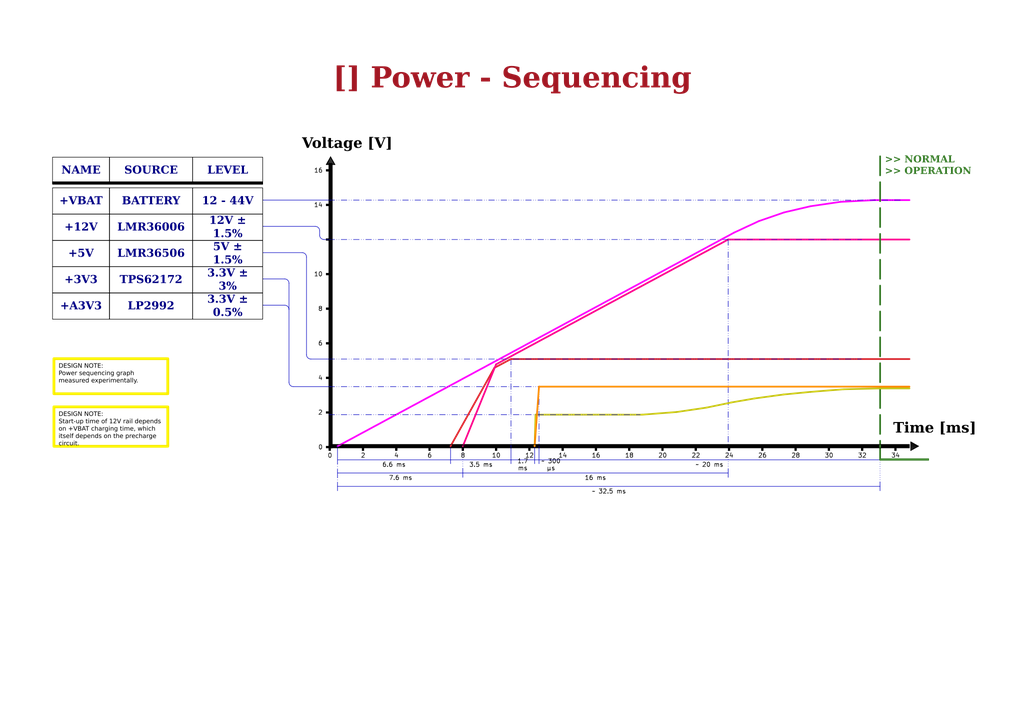
<source format=kicad_sch>
(kicad_sch (version 20230121) (generator eeschema)
  (paper "A4")
  (title_block (title "Power - Sequencing") (date "2024-03-12") (rev "${REVISION}") (company "${COMPANY}"))
  (lib_symbols)
  (polyline (pts (xy 155.067 129.413) (xy 156.337 112.141)) (stroke (width 0.5) (color 252 134 0 1)))
  (polyline (pts (xy 134.239 130.048) (xy 134.239 135.9154)) (stroke (width 0) (type dot)))
  (polyline (pts (xy 97.9424 133.3754) (xy 130.683 133.3754)))
  (polyline (pts (xy 97.8916 134.5946) (xy 97.8916 135.8646)) (stroke (width 0) (type dot)))
  (polyline (pts (xy 156.337 112.141) (xy 263.779 112.141)) (stroke (width 0.5) (color 252 134 0 1)))
  (polyline (pts (xy 95.377 120.269) (xy 185.674 120.269)) (stroke (width 0) (type dash_dot_dot)))
  (polyline (pts (xy 148.209 129.413) (xy 148.209 134.493)))
  (polyline (pts (xy 92.71 66.929) (xy 92.71 68.199)))
  (polyline (pts (xy 148.209 104.14) (xy 263.779 104.14)) (stroke (width 0.5) (color 218 36 44 1)))
  (polyline (pts (xy 220.091 64.135) (xy 227.457 61.595)) (stroke (width 0.5) (color 255 0 255 1)))
  (polyline (pts (xy 82.55 88.519) (xy 76.2 88.519)))
  (polyline (pts (xy 95.377 112.141) (xy 249.809 112.141)) (stroke (width 0) (type dash_dot_dot)))
  (polyline (pts (xy 93.98 69.469) (xy 95.377 69.469)))
  (polyline (pts (xy 95.885 112.141) (xy 85.09 112.141)))
  (polyline (pts (xy 255.143 112.649) (xy 263.779 112.649)) (stroke (width 0.5) (color 197 195 20 1)))
  (polyline (pts (xy 143.891 105.664) (xy 211.201 69.469)) (stroke (width 0.5) (type solid) (color 255 0 133 1)))
  (polyline (pts (xy 204.851 118.237) (xy 212.217 116.713)) (stroke (width 0.5) (color 197 195 20 1)))
  (polyline (pts (xy 196.215 119.507) (xy 204.851 118.237)) (stroke (width 0.5) (color 197 195 20 1)))
  (polyline (pts (xy 95.377 58.039) (xy 76.2 58.039)))
  (polyline (pts (xy 211.201 69.469) (xy 263.779 69.469)) (stroke (width 0.5) (type solid) (color 255 0 133 1)))
  (polyline (pts (xy 134.239 129.413) (xy 143.891 105.664)) (stroke (width 0.5) (type solid) (color 255 0 133 1)))
  (polyline (pts (xy 97.917 137.1854) (xy 134.239 137.1854)))
  (polyline (pts (xy 97.8916 135.9916) (xy 97.8916 138.5316)))
  (polyline (pts (xy 130.683 129.413) (xy 130.683 134.493)))
  (polyline (pts (xy 156.337 112.141) (xy 156.337 129.54)) (stroke (width 0) (type dash_dot_dot)))
  (polyline (pts (xy 134.239 137.1854) (xy 211.201 137.1854)))
  (polyline (pts (xy 88.9 74.549) (xy 88.9 102.87)))
  (polyline (pts (xy 227.203 114.427) (xy 235.077 113.665)) (stroke (width 0.5) (color 197 195 20 1)))
  (polyline (pts (xy 95.25 104.14) (xy 90.17 104.14)))
  (polyline (pts (xy 97.917 129.413) (xy 212.979 67.437)) (stroke (width 0.5) (color 255 0 255 1)))
  (polyline (pts (xy 148.209 133.3754) (xy 156.337 133.3754)))
  (polyline (pts (xy 253.619 58.039) (xy 263.779 58.039)) (stroke (width 0.5) (color 255 0 255 1)))
  (polyline (pts (xy 243.713 58.547) (xy 253.619 58.039)) (stroke (width 0.5) (color 255 0 255 1)))
  (polyline (pts (xy 255.2446 139.8016) (xy 255.2446 142.3416)))
  (polyline (pts (xy 148.209 104.14) (xy 148.209 129.413)) (stroke (width 0) (type dash_dot_dot)))
  (polyline (pts (xy 155.067 129.413) (xy 155.321 120.269)) (stroke (width 0.5) (color 197 195 20 1)))
  (polyline (pts (xy 130.7338 133.3754) (xy 148.2598 133.3754)))
  (polyline (pts (xy 218.821 115.57) (xy 227.203 114.427)) (stroke (width 0.5) (color 197 195 20 1)))
  (polyline (pts (xy 97.8916 129.3876) (xy 97.8916 134.5946)))
  (polyline (pts (xy 186.309 120.269) (xy 196.215 119.507)) (stroke (width 0.5) (color 197 195 20 1)))
  (polyline (pts (xy 83.82 82.169) (xy 83.82 110.871)))
  (polyline (pts (xy 227.457 61.595) (xy 235.077 59.817)) (stroke (width 0.5) (color 255 0 255 1)))
  (polyline (pts (xy 97.8916 138.5316) (xy 97.8916 139.8016)) (stroke (width 0) (type dot)))
  (polyline (pts (xy 95.377 58.039) (xy 261.239 58.039)) (stroke (width 0) (type dash_dot_dot)))
  (polyline (pts (xy 155.321 120.269) (xy 186.309 120.269)) (stroke (width 0.5) (color 197 195 20 1)))
  (polyline (pts (xy 95.377 69.469) (xy 249.936 69.469)) (stroke (width 0) (type dash_dot_dot)))
  (polyline (pts (xy 130.683 129.413) (xy 143.383 106.68)) (stroke (width 0.5) (color 218 36 44 1)))
  (polyline (pts (xy 211.201 69.469) (xy 211.201 129.413)) (stroke (width 0) (type dash_dot_dot)))
  (polyline (pts (xy 97.8916 139.827) (xy 97.8916 142.3416)))
  (polyline (pts (xy 255.2446 139.8016) (xy 255.2446 133.3246)) (stroke (width 0) (type dot)))
  (polyline (pts (xy 91.44 65.659) (xy 76.2 65.659)))
  (polyline (pts (xy 95.377 104.14) (xy 249.809 104.14)) (stroke (width 0) (type dash_dot_dot)))
  (polyline (pts (xy 156.337 133.3754) (xy 255.2954 133.3754)))
  (polyline (pts (xy 211.201 129.413) (xy 211.201 135.509)) (stroke (width 0) (type dot)))
  (polyline (pts (xy 211.201 135.9154) (xy 211.201 138.4554)))
  (polyline (pts (xy 155.067 129.54) (xy 155.067 134.493)))
  (polyline (pts (xy 156.337 129.54) (xy 156.337 134.493)))
  (polyline (pts (xy 76.2 73.279) (xy 87.63 73.279)))
  (polyline (pts (xy 97.8916 141.0716) (xy 255.2446 141.0716)))
  (polyline (pts (xy 255.27 133.35) (xy 255.27 45.339)) (stroke (width 0.5) (type dash) (color 53 123 38 1)))
  (polyline (pts (xy 244.729 112.903) (xy 255.143 112.649)) (stroke (width 0.5) (color 197 195 20 1)))
  (polyline (pts (xy 235.077 113.665) (xy 244.729 112.903)) (stroke (width 0.5) (color 197 195 20 1)))
  (polyline (pts (xy 134.239 135.9154) (xy 134.239 138.4554)))
  (polyline (pts (xy 212.217 116.713) (xy 218.821 115.57)) (stroke (width 0.5) (color 197 195 20 1)))
  (polyline (pts (xy 143.383 106.68) (xy 148.209 104.14)) (stroke (width 0.5) (color 218 36 44 1)))
  (polyline (pts (xy 212.979 67.437) (xy 220.091 64.135)) (stroke (width 0.5) (color 255 0 255 1)))
  (polyline (pts (xy 235.077 59.817) (xy 243.713 58.547)) (stroke (width 0.5) (color 255 0 255 1)))
  (polyline (pts (xy 82.55 80.899) (xy 76.2 80.899)))
  (rectangle (start 94.615 119.38) (end 96.139 119.888) (stroke (width 0) (color 0 0 0 1)) (fill (type color) (color 0 0 0 1)))
  (rectangle (start 114.681 129.159) (end 115.189 130.683) (stroke (width 0) (color 0 0 0 1)) (fill (type color) (color 0 0 0 1)))
  (rectangle (start 191.897 129.159) (end 192.405 130.683) (stroke (width 0) (color 0 0 0 1)) (fill (type color) (color 0 0 0 1)))
  (arc (start 82.55 80.897) (mid 83.4487 81.2689) (end 83.82 82.167))
  (rectangle (start 249.809 129.159) (end 250.317 130.683) (stroke (width 0) (color 0 0 0 1)) (fill (type color) (color 0 0 0 1)))
  (rectangle (start 220.853 129.159) (end 221.361 130.683) (stroke (width 0) (color 0 0 0 1)) (fill (type color) (color 0 0 0 1)))
  (rectangle (start 94.615 79.248) (end 96.139 79.756) (stroke (width 0) (color 0 0 0 1)) (fill (type color) (color 0 0 0 1)))
  (rectangle (start 201.549 129.159) (end 202.057 130.683) (stroke (width 0) (color 0 0 0 1)) (fill (type color) (color 0 0 0 1)))
  (arc (start 91.44 65.659) (mid 92.338 66.031) (end 92.71 66.929))
  (rectangle (start 95.377 129.159) (end 95.885 130.683) (stroke (width 0) (color 0 0 0 1)) (fill (type color) (color 0 0 0 1)))
  (rectangle (start 133.985 129.159) (end 134.493 130.683) (stroke (width 0) (color 0 0 0 1)) (fill (type color) (color 0 0 0 1)))
  (rectangle (start 94.615 69.215) (end 96.139 69.723) (stroke (width 0) (color 0 0 0 1)) (fill (type color) (color 0 0 0 1)))
  (rectangle (start 15.24 52.705) (end 76.2 53.467) (stroke (width 0) (color 0 0 0 1)) (fill (type color) (color 0 0 0 1)))
  (rectangle (start 94.615 89.281) (end 96.139 89.789) (stroke (width 0) (color 0 0 0 1)) (fill (type color) (color 0 0 0 1)))
  (rectangle (start 162.941 129.159) (end 163.449 130.683) (stroke (width 0) (color 0 0 0 1)) (fill (type color) (color 0 0 0 1)))
  (rectangle (start 143.637 129.159) (end 144.145 130.683) (stroke (width 0) (color 0 0 0 1)) (fill (type color) (color 0 0 0 1)))
  (rectangle (start 95.377 128.905) (end 263.779 129.921) (stroke (width 0) (color 0 0 0 1)) (fill (type color) (color 0 0 0 1)))
  (arc (start 90.17 104.141) (mid 89.2716 103.7691) (end 88.9 102.871))
  (rectangle (start 94.615 99.314) (end 96.139 99.822) (stroke (width 0) (color 0 0 0 1)) (fill (type color) (color 0 0 0 1)))
  (rectangle (start 94.615 109.347) (end 96.139 109.855) (stroke (width 0) (color 0 0 0 1)) (fill (type color) (color 0 0 0 1)))
  (rectangle (start 259.461 129.159) (end 259.969 130.683) (stroke (width 0) (color 0 0 0 1)) (fill (type color) (color 0 0 0 1)))
  (rectangle (start 105.029 129.159) (end 105.537 130.683) (stroke (width 0) (color 0 0 0 1)) (fill (type color) (color 0 0 0 1)))
  (rectangle (start 240.157 129.159) (end 240.665 130.683) (stroke (width 0) (color 0 0 0 1)) (fill (type color) (color 0 0 0 1)))
  (rectangle (start 95.377 47.371) (end 96.393 129.921) (stroke (width 0) (color 0 0 0 1)) (fill (type color) (color 0 0 0 1)))
  (arc (start 82.55 88.516) (mid 83.4491 88.8878) (end 83.82 89.786))
  (rectangle (start 211.201 129.159) (end 211.709 130.683) (stroke (width 0) (color 0 0 0 1)) (fill (type color) (color 0 0 0 1)))
  (rectangle (start 230.505 129.159) (end 231.013 130.683) (stroke (width 0) (color 0 0 0 1)) (fill (type color) (color 0 0 0 1)))
  (rectangle (start 94.615 49.149) (end 96.139 49.657) (stroke (width 0) (color 0 0 0 1)) (fill (type color) (color 0 0 0 1)))
  (rectangle (start 172.593 129.159) (end 173.101 130.683) (stroke (width 0) (color 0 0 0 1)) (fill (type color) (color 0 0 0 1)))
  (rectangle (start 124.333 129.159) (end 124.841 130.683) (stroke (width 0) (color 0 0 0 1)) (fill (type color) (color 0 0 0 1)))
  (arc (start 93.98 69.47) (mid 93.0816 69.0981) (end 92.71 68.2))
  (rectangle (start 255.27 133.0198) (end 269.367 133.5278) (stroke (width 0) (color 53 123 38 1)) (fill (type color) (color 53 123 38 1)))
  (arc (start 87.63 73.278) (mid 88.5284 73.6499) (end 88.9 74.548))
  (rectangle (start 94.615 59.182) (end 96.139 59.69) (stroke (width 0) (color 0 0 0 1)) (fill (type color) (color 0 0 0 1)))
  (rectangle (start 182.245 129.159) (end 182.753 130.683) (stroke (width 0) (color 0 0 0 1)) (fill (type color) (color 0 0 0 1)))
  (rectangle (start 153.289 129.159) (end 153.797 130.683) (stroke (width 0) (color 0 0 0 1)) (fill (type color) (color 0 0 0 1)))
  (arc (start 85.09 112.144) (mid 84.1909 111.7722) (end 83.82 110.874))
  (rectangle (start 94.615 129.413) (end 96.139 129.921) (stroke (width 0) (color 0 0 0 1)) (fill (type color) (color 0 0 0 1)))
  (text_box "3.5 ms" (at 130.6576 133.4516 0) (size 17.653 2.54) (stroke (width -0.0001)) (effects (font (size 1.27 1.27))))
  (text_box "18" (at 180.8226 130.7846 0) (size 3.429 2.54) (stroke (width -0.0001)) (effects (font (size 1.27 1.27))))
  (text_box "24" (at 209.7786 130.7846 0) (size 3.429 2.54) (stroke (width -0.0001)) (effects (font (size 1.27 1.27))))
  (text_box "8" (at 132.5626 130.7846 0) (size 3.429 2.54) (stroke (width -0.0001)) (effects (font (size 1.27 1.27))))
  (text_box "7.6 ms" (at 98.0186 137.2616 0) (size 36.322 2.54) (stroke (width -0.0001)) (effects (font (size 1.27 1.27))))
  (text_box "3.3V ± 0.5%" (at 55.88 84.963 0) (size 20.32 7.62) (stroke (width 0) (color 0 0 0 1)) (effects (font (size 2.286 2.286) bold)))
  (text_box "16" (at 87.757 48.133 0) (size 6.858 2.54) (stroke (width -0.0001)) (effects (font (size 1.27 1.27)) (justify right)))
  (text_box "28" (at 229.0826 130.7846 0) (size 3.429 2.54) (stroke (width -0.0001)) (effects (font (size 1.27 1.27))))
  (text_box "~ 300 μs" (at 154.9146 133.4516 0) (size 9.779 2.54) (stroke (width -0.0001)) (effects (font (size 1.27 1.27))))
  (text_box "10" (at 142.2146 130.7846 0) (size 3.429 2.54) (stroke (width -0.0001)) (effects (font (size 1.27 1.27))))
  (text_box "1.7 ms" (at 148.1836 133.4516 0) (size 6.858 2.54) (stroke (width -0.0001)) (effects (font (size 1.27 1.27))))
  (text_box "16 ms" (at 134.2136 137.2616 0) (size 76.962 2.54) (stroke (width -0.0001)) (effects (font (size 1.27 1.27))))
  (text_box "+12V" (at 15.24 62.103 0) (size 16.51 7.62) (stroke (width 0) (color 0 0 0 1)) (effects (font (size 2.286 2.286) bold)))
  (text_box "20" (at 190.4746 130.7846 0) (size 3.429 2.54) (stroke (width -0.0001)) (effects (font (size 1.27 1.27))))
  (text_box "4" (at 87.7316 108.3056 0) (size 6.858 2.54) (stroke (width -0.0001)) (effects (font (size 1.27 1.27)) (justify right)))
  (text_box "LP2992" (at 31.75 84.963 0) (size 24.13 7.62) (stroke (width 0) (color 0 0 0 1)) (effects (font (size 2.286 2.286) bold)))
  (text_box "LMR36006" (at 31.75 62.103 0) (size 24.13 7.62) (stroke (width 0) (color 0 0 0 1)) (effects (font (size 2.286 2.286) bold)))
  (text_box "32" (at 248.3866 130.7846 0) (size 3.429 2.54) (stroke (width -0.0001)) (effects (font (size 1.27 1.27))))
  (text_box "LEVEL" (at 55.88 45.593 0) (size 20.32 7.62) (stroke (width 0) (color 0 0 0 1)) (effects (font (size 2.286 2.286) bold)))
  (text_box "NAME" (at 15.24 45.593 0) (size 16.51 7.62) (stroke (width 0) (color 0 0 0 1)) (effects (font (size 2.286 2.286) bold)))
  (text_box "DESIGN NOTE:\nPower sequencing graph measured experimentally." (at 15.6464 104.0384 0) (size 33.02 10.16) (stroke (width 0.8) (color 250 236 0 1)) (effects (font (size 1.27 1.27)) (justify left top)))
  (text_box "6" (at 122.9106 130.7846 0) (size 3.429 2.54) (stroke (width -0.0001)) (effects (font (size 1.27 1.27))))
  (text_box "+3V3" (at 15.24 77.343 0) (size 16.51 7.62) (stroke (width 0) (color 0 0 0 1)) (effects (font (size 2.286 2.286) bold)))
  (text_box "~ 20 ms" (at 156.3116 133.4516 0) (size 98.933 2.54) (stroke (width -0.0001)) (effects (font (size 1.27 1.27))))
  (text_box "SOURCE" (at 31.75 45.593 0) (size 24.13 7.62) (stroke (width 0) (color 0 0 0 1)) (effects (font (size 2.286 2.286) bold)))
  (text_box "4" (at 113.2586 130.7846 0) (size 3.429 2.54) (stroke (width -0.0001)) (effects (font (size 1.27 1.27))))
  (text_box "8" (at 87.7316 88.2396 0) (size 6.858 2.54) (stroke (width -0.0001)) (effects (font (size 1.27 1.27)) (justify right)))
  (text_box "26" (at 219.4306 130.7846 0) (size 3.429 2.54) (stroke (width -0.0001)) (effects (font (size 1.27 1.27))))
  (text_box "2" (at 103.6066 130.7846 0) (size 3.429 2.54) (stroke (width -0.0001)) (effects (font (size 1.27 1.27))))
  (text_box "▲" (at 94.615 45.085 0) (size 2.54 2.54) (stroke (width -0.0001)) (effects (font (size 3 3))))
  (text_box "+5V" (at 15.24 69.723 0) (size 16.51 7.62) (stroke (width 0) (color 0 0 0 1)) (effects (font (size 2.286 2.286) bold)))
  (text_box "DESIGN NOTE:\nStart-up time of 12V rail depends on +VBAT charging time, which itself depends on the precharge circuit." (at 15.6464 118.0084 0) (size 33.02 11.43) (stroke (width 0.8) (color 250 236 0 1)) (effects (font (size 1.27 1.27)) (justify left top)))
  (text_box "14" (at 161.5186 130.7846 0) (size 3.429 2.54) (stroke (width -0.0001)) (effects (font (size 1.27 1.27))))
  (text_box "14" (at 87.7316 58.1406 0) (size 6.858 2.54) (stroke (width -0.0001)) (effects (font (size 1.27 1.27)) (justify right)))
  (text_box "22" (at 200.1266 130.7846 0) (size 3.429 2.54) (stroke (width -0.0001)) (effects (font (size 1.27 1.27))))
  (text_box "[${#}] ${TITLE}" (at 80.01 16.51 0) (size 137.16 12.7) (stroke (width -0.0001)) (effects (font (size 6 6) (thickness 1.2) bold)))
  (text_box "TPS62172" (at 31.75 77.343 0) (size 24.13 7.62) (stroke (width 0) (color 0 0 0 1)) (effects (font (size 2.286 2.286) bold)))
  (text_box "2" (at 87.7316 118.3386 0) (size 6.858 2.54) (stroke (width -0.0001)) (effects (font (size 1.27 1.27)) (justify right)))
  (text_box "34" (at 258.0386 130.7846 0) (size 3.429 2.54) (stroke (width -0.0001)) (effects (font (size 1.27 1.27))))
  (text_box "12" (at 151.8666 130.7846 0) (size 3.429 2.54) (stroke (width -0.0001)) (effects (font (size 1.27 1.27))))
  (text_box "LMR36506" (at 31.75 69.723 0) (size 24.13 7.62) (stroke (width 0) (color 0 0 0 1)) (effects (font (size 2.286 2.286) bold)))
  (text_box "0" (at 93.98 130.81 0) (size 3.429 2.54) (stroke (width -0.0001)) (effects (font (size 1.27 1.27))))
  (text_box "BATTERY" (at 31.75 54.483 0) (size 24.13 7.62) (stroke (width 0) (color 0 0 0 1)) (effects (font (size 2.286 2.286) bold)))
  (text_box "5V ± 1.5%" (at 55.88 69.723 0) (size 20.32 7.62) (stroke (width 0) (color 0 0 0 1)) (effects (font (size 2.286 2.286) bold)))
  (text_box "3.3V ± 3%" (at 55.88 77.343 0) (size 20.32 7.62) (stroke (width 0) (color 0 0 0 1)) (effects (font (size 2.286 2.286) bold)))
  (text_box "+A3V3" (at 15.24 84.963 0) (size 16.51 7.62) (stroke (width 0) (color 0 0 0 1)) (effects (font (size 2.286 2.286) bold)))
  (text_box "+VBAT" (at 15.24 54.483 0) (size 16.51 7.62) (stroke (width 0) (color 0 0 0 1)) (effects (font (size 2.286 2.286) bold)))
  (text_box "6" (at 87.7316 98.2726 0) (size 6.858 2.54) (stroke (width -0.0001)) (effects (font (size 1.27 1.27)) (justify right)))
  (text_box "6.6 ms" (at 97.8916 133.4516 0) (size 32.766 2.54) (stroke (width -0.0001)) (effects (font (size 1.27 1.27))))
  (text_box "0" (at 87.757 128.397 0) (size 6.858 2.54) (stroke (width -0.0001)) (effects (font (size 1.27 1.27)) (justify right)))
  (text_box "16" (at 171.1706 130.7846 0) (size 3.429 2.54) (stroke (width -0.0001)) (effects (font (size 1.27 1.27))))
  (text_box "10" (at 87.7316 78.2066 0) (size 6.858 2.54) (stroke (width -0.0001)) (effects (font (size 1.27 1.27)) (justify right)))
  (text_box "~ 32.5 ms" (at 97.8916 141.1986 0) (size 157.48 2.54) (stroke (width -0.0001)) (effects (font (size 1.27 1.27))))
  (text_box "12V ± 1.5%" (at 55.88 62.103 0) (size 20.32 7.62) (stroke (width 0) (color 0 0 0 1)) (effects (font (size 2.286 2.286) bold)))
  (text_box "▼" (at 263.779 128.143 90) (size 2.54 2.54) (stroke (width -0.0001)) (effects (font (size 3 3))))
  (text_box "30" (at 238.7346 130.7846 0) (size 3.429 2.54) (stroke (width -0.0001)) (effects (font (size 1.27 1.27))))
  (text_box "12 - 44V" (at 55.88 54.483 0) (size 20.32 7.62) (stroke (width 0) (color 0 0 0 1)) (effects (font (size 2.286 2.286) bold)))
  (text "Voltage [V]" (at 87.6046 44.4246 0) (effects (font (size 3 3) (thickness 0.4) bold) (justify left bottom)))
  (text ">> NORMAL \n>> OPERATION" (at 256.667 51.562 0) (effects (font (size 2 2) (thickness 0.4) bold) (justify left bottom)))
  (text "Time [ms]" (at 259.08 127 0) (effects (font (size 3 3) (thickness 0.4) bold) (justify left bottom)))
)
</source>
